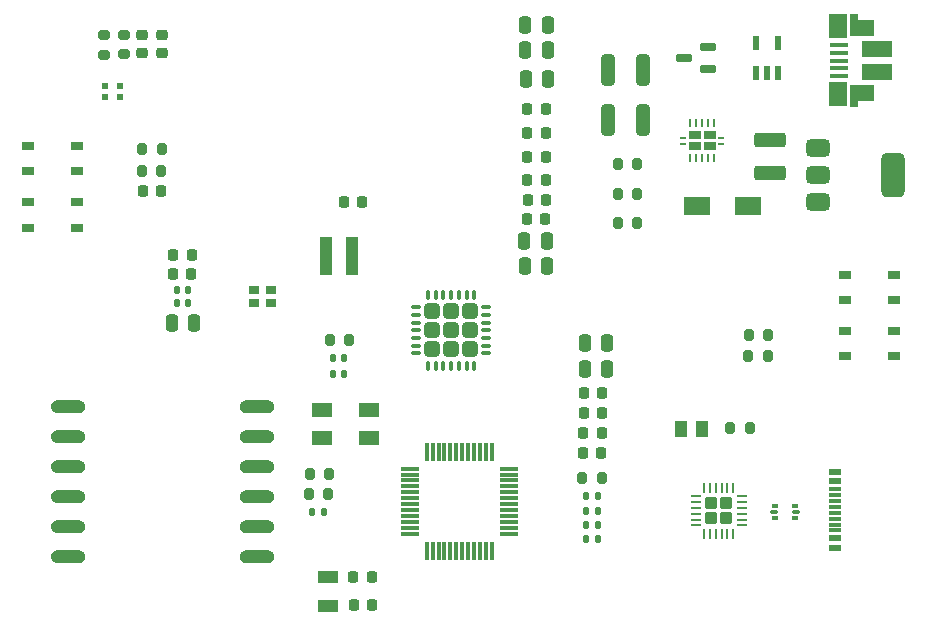
<source format=gbr>
%TF.GenerationSoftware,KiCad,Pcbnew,9.0.0*%
%TF.CreationDate,2025-06-19T18:13:14+09:00*%
%TF.ProjectId,FLP_PCB_terminal,464c505f-5043-4425-9f74-65726d696e61,rev?*%
%TF.SameCoordinates,Original*%
%TF.FileFunction,Paste,Top*%
%TF.FilePolarity,Positive*%
%FSLAX46Y46*%
G04 Gerber Fmt 4.6, Leading zero omitted, Abs format (unit mm)*
G04 Created by KiCad (PCBNEW 9.0.0) date 2025-06-19 18:13:14*
%MOMM*%
%LPD*%
G01*
G04 APERTURE LIST*
G04 Aperture macros list*
%AMRoundRect*
0 Rectangle with rounded corners*
0 $1 Rounding radius*
0 $2 $3 $4 $5 $6 $7 $8 $9 X,Y pos of 4 corners*
0 Add a 4 corners polygon primitive as box body*
4,1,4,$2,$3,$4,$5,$6,$7,$8,$9,$2,$3,0*
0 Add four circle primitives for the rounded corners*
1,1,$1+$1,$2,$3*
1,1,$1+$1,$4,$5*
1,1,$1+$1,$6,$7*
1,1,$1+$1,$8,$9*
0 Add four rect primitives between the rounded corners*
20,1,$1+$1,$2,$3,$4,$5,0*
20,1,$1+$1,$4,$5,$6,$7,0*
20,1,$1+$1,$6,$7,$8,$9,0*
20,1,$1+$1,$8,$9,$2,$3,0*%
G04 Aperture macros list end*
%ADD10C,0.010000*%
%ADD11RoundRect,0.140000X-0.140000X-0.170000X0.140000X-0.170000X0.140000X0.170000X-0.140000X0.170000X0*%
%ADD12RoundRect,0.225000X0.225000X0.250000X-0.225000X0.250000X-0.225000X-0.250000X0.225000X-0.250000X0*%
%ADD13RoundRect,0.225000X-0.225000X-0.250000X0.225000X-0.250000X0.225000X0.250000X-0.225000X0.250000X0*%
%ADD14RoundRect,0.250000X-1.075000X0.375000X-1.075000X-0.375000X1.075000X-0.375000X1.075000X0.375000X0*%
%ADD15RoundRect,0.250000X0.250000X0.475000X-0.250000X0.475000X-0.250000X-0.475000X0.250000X-0.475000X0*%
%ADD16RoundRect,0.135000X-0.135000X-0.185000X0.135000X-0.185000X0.135000X0.185000X-0.135000X0.185000X0*%
%ADD17R,1.050000X0.650000*%
%ADD18RoundRect,0.200000X-0.200000X-0.275000X0.200000X-0.275000X0.200000X0.275000X-0.200000X0.275000X0*%
%ADD19R,0.600000X0.490000*%
%ADD20RoundRect,0.250000X-0.312500X-1.075000X0.312500X-1.075000X0.312500X1.075000X-0.312500X1.075000X0*%
%ADD21R,2.300000X1.550000*%
%ADD22R,1.800000X1.000000*%
%ADD23R,0.558800X1.270000*%
%ADD24RoundRect,0.093750X0.156250X0.093750X-0.156250X0.093750X-0.156250X-0.093750X0.156250X-0.093750X0*%
%ADD25RoundRect,0.075000X0.250000X0.075000X-0.250000X0.075000X-0.250000X-0.075000X0.250000X-0.075000X0*%
%ADD26RoundRect,0.250000X-0.250000X-0.475000X0.250000X-0.475000X0.250000X0.475000X-0.250000X0.475000X0*%
%ADD27RoundRect,0.249999X-0.395001X0.395001X-0.395001X-0.395001X0.395001X-0.395001X0.395001X0.395001X0*%
%ADD28RoundRect,0.075000X-0.075000X0.312500X-0.075000X-0.312500X0.075000X-0.312500X0.075000X0.312500X0*%
%ADD29RoundRect,0.075000X-0.312500X0.075000X-0.312500X-0.075000X0.312500X-0.075000X0.312500X0.075000X0*%
%ADD30RoundRect,0.225000X-0.250000X0.225000X-0.250000X-0.225000X0.250000X-0.225000X0.250000X0.225000X0*%
%ADD31RoundRect,0.200000X0.200000X0.275000X-0.200000X0.275000X-0.200000X-0.275000X0.200000X-0.275000X0*%
%ADD32R,1.800000X1.200000*%
%ADD33R,1.140000X1.470000*%
%ADD34RoundRect,0.070000X-0.710000X-0.070000X0.710000X-0.070000X0.710000X0.070000X-0.710000X0.070000X0*%
%ADD35RoundRect,0.070000X-0.070000X-0.710000X0.070000X-0.710000X0.070000X0.710000X-0.070000X0.710000X0*%
%ADD36R,0.900000X0.800000*%
%ADD37RoundRect,0.375000X-0.625000X-0.375000X0.625000X-0.375000X0.625000X0.375000X-0.625000X0.375000X0*%
%ADD38RoundRect,0.500000X-0.500000X-1.400000X0.500000X-1.400000X0.500000X1.400000X-0.500000X1.400000X0*%
%ADD39R,1.650000X0.400000*%
%ADD40R,0.700000X1.825000*%
%ADD41R,1.500000X2.000000*%
%ADD42R,2.000000X1.350000*%
%ADD43R,2.500000X1.430000*%
%ADD44R,1.000000X3.200000*%
%ADD45R,0.230000X0.230000*%
%ADD46O,0.230000X0.800000*%
%ADD47R,1.050000X0.680000*%
%ADD48R,0.500000X0.260000*%
%ADD49RoundRect,0.250000X0.275000X0.275000X-0.275000X0.275000X-0.275000X-0.275000X0.275000X-0.275000X0*%
%ADD50RoundRect,0.062500X0.350000X0.062500X-0.350000X0.062500X-0.350000X-0.062500X0.350000X-0.062500X0*%
%ADD51RoundRect,0.062500X0.062500X0.350000X-0.062500X0.350000X-0.062500X-0.350000X0.062500X-0.350000X0*%
%ADD52R,0.980000X0.600000*%
%ADD53R,1.000000X0.600000*%
%ADD54R,1.140000X0.300000*%
%ADD55RoundRect,0.200000X0.275000X-0.200000X0.275000X0.200000X-0.275000X0.200000X-0.275000X-0.200000X0*%
%ADD56RoundRect,0.075000X0.575000X0.225000X-0.575000X0.225000X-0.575000X-0.225000X0.575000X-0.225000X0*%
G04 APERTURE END LIST*
D10*
%TO.C,U3*%
X51222000Y-144993000D02*
X51274000Y-145001000D01*
X51325000Y-145014000D01*
X51373000Y-145033000D01*
X51420000Y-145057000D01*
X51464000Y-145085000D01*
X51505000Y-145118000D01*
X51542000Y-145155000D01*
X51575000Y-145196000D01*
X51603000Y-145240000D01*
X51627000Y-145287000D01*
X51646000Y-145335000D01*
X51659000Y-145386000D01*
X51667000Y-145438000D01*
X51670000Y-145490000D01*
X51667000Y-145542000D01*
X51659000Y-145594000D01*
X51646000Y-145645000D01*
X51627000Y-145693000D01*
X51603000Y-145740000D01*
X51575000Y-145784000D01*
X51542000Y-145825000D01*
X51505000Y-145862000D01*
X51464000Y-145895000D01*
X51420000Y-145923000D01*
X51373000Y-145947000D01*
X51325000Y-145966000D01*
X51274000Y-145979000D01*
X51222000Y-145987000D01*
X51170000Y-145990000D01*
X49370000Y-145990000D01*
X49318000Y-145987000D01*
X49266000Y-145979000D01*
X49215000Y-145966000D01*
X49167000Y-145947000D01*
X49120000Y-145923000D01*
X49076000Y-145895000D01*
X49035000Y-145862000D01*
X48998000Y-145825000D01*
X48965000Y-145784000D01*
X48937000Y-145740000D01*
X48913000Y-145693000D01*
X48894000Y-145645000D01*
X48881000Y-145594000D01*
X48873000Y-145542000D01*
X48870000Y-145490000D01*
X48873000Y-145438000D01*
X48881000Y-145386000D01*
X48894000Y-145335000D01*
X48913000Y-145287000D01*
X48937000Y-145240000D01*
X48965000Y-145196000D01*
X48998000Y-145155000D01*
X49035000Y-145118000D01*
X49076000Y-145085000D01*
X49120000Y-145057000D01*
X49167000Y-145033000D01*
X49215000Y-145014000D01*
X49266000Y-145001000D01*
X49318000Y-144993000D01*
X49370000Y-144990000D01*
X51170000Y-144990000D01*
X51222000Y-144993000D01*
G36*
X51222000Y-144993000D02*
G01*
X51274000Y-145001000D01*
X51325000Y-145014000D01*
X51373000Y-145033000D01*
X51420000Y-145057000D01*
X51464000Y-145085000D01*
X51505000Y-145118000D01*
X51542000Y-145155000D01*
X51575000Y-145196000D01*
X51603000Y-145240000D01*
X51627000Y-145287000D01*
X51646000Y-145335000D01*
X51659000Y-145386000D01*
X51667000Y-145438000D01*
X51670000Y-145490000D01*
X51667000Y-145542000D01*
X51659000Y-145594000D01*
X51646000Y-145645000D01*
X51627000Y-145693000D01*
X51603000Y-145740000D01*
X51575000Y-145784000D01*
X51542000Y-145825000D01*
X51505000Y-145862000D01*
X51464000Y-145895000D01*
X51420000Y-145923000D01*
X51373000Y-145947000D01*
X51325000Y-145966000D01*
X51274000Y-145979000D01*
X51222000Y-145987000D01*
X51170000Y-145990000D01*
X49370000Y-145990000D01*
X49318000Y-145987000D01*
X49266000Y-145979000D01*
X49215000Y-145966000D01*
X49167000Y-145947000D01*
X49120000Y-145923000D01*
X49076000Y-145895000D01*
X49035000Y-145862000D01*
X48998000Y-145825000D01*
X48965000Y-145784000D01*
X48937000Y-145740000D01*
X48913000Y-145693000D01*
X48894000Y-145645000D01*
X48881000Y-145594000D01*
X48873000Y-145542000D01*
X48870000Y-145490000D01*
X48873000Y-145438000D01*
X48881000Y-145386000D01*
X48894000Y-145335000D01*
X48913000Y-145287000D01*
X48937000Y-145240000D01*
X48965000Y-145196000D01*
X48998000Y-145155000D01*
X49035000Y-145118000D01*
X49076000Y-145085000D01*
X49120000Y-145057000D01*
X49167000Y-145033000D01*
X49215000Y-145014000D01*
X49266000Y-145001000D01*
X49318000Y-144993000D01*
X49370000Y-144990000D01*
X51170000Y-144990000D01*
X51222000Y-144993000D01*
G37*
X51222000Y-147533000D02*
X51274000Y-147541000D01*
X51325000Y-147554000D01*
X51373000Y-147573000D01*
X51420000Y-147597000D01*
X51464000Y-147625000D01*
X51505000Y-147658000D01*
X51542000Y-147695000D01*
X51575000Y-147736000D01*
X51603000Y-147780000D01*
X51627000Y-147827000D01*
X51646000Y-147875000D01*
X51659000Y-147926000D01*
X51667000Y-147978000D01*
X51670000Y-148030000D01*
X51667000Y-148082000D01*
X51659000Y-148134000D01*
X51646000Y-148185000D01*
X51627000Y-148233000D01*
X51603000Y-148280000D01*
X51575000Y-148324000D01*
X51542000Y-148365000D01*
X51505000Y-148402000D01*
X51464000Y-148435000D01*
X51420000Y-148463000D01*
X51373000Y-148487000D01*
X51325000Y-148506000D01*
X51274000Y-148519000D01*
X51222000Y-148527000D01*
X51170000Y-148530000D01*
X49370000Y-148530000D01*
X49318000Y-148527000D01*
X49266000Y-148519000D01*
X49215000Y-148506000D01*
X49167000Y-148487000D01*
X49120000Y-148463000D01*
X49076000Y-148435000D01*
X49035000Y-148402000D01*
X48998000Y-148365000D01*
X48965000Y-148324000D01*
X48937000Y-148280000D01*
X48913000Y-148233000D01*
X48894000Y-148185000D01*
X48881000Y-148134000D01*
X48873000Y-148082000D01*
X48870000Y-148030000D01*
X48873000Y-147978000D01*
X48881000Y-147926000D01*
X48894000Y-147875000D01*
X48913000Y-147827000D01*
X48937000Y-147780000D01*
X48965000Y-147736000D01*
X48998000Y-147695000D01*
X49035000Y-147658000D01*
X49076000Y-147625000D01*
X49120000Y-147597000D01*
X49167000Y-147573000D01*
X49215000Y-147554000D01*
X49266000Y-147541000D01*
X49318000Y-147533000D01*
X49370000Y-147530000D01*
X51170000Y-147530000D01*
X51222000Y-147533000D01*
G36*
X51222000Y-147533000D02*
G01*
X51274000Y-147541000D01*
X51325000Y-147554000D01*
X51373000Y-147573000D01*
X51420000Y-147597000D01*
X51464000Y-147625000D01*
X51505000Y-147658000D01*
X51542000Y-147695000D01*
X51575000Y-147736000D01*
X51603000Y-147780000D01*
X51627000Y-147827000D01*
X51646000Y-147875000D01*
X51659000Y-147926000D01*
X51667000Y-147978000D01*
X51670000Y-148030000D01*
X51667000Y-148082000D01*
X51659000Y-148134000D01*
X51646000Y-148185000D01*
X51627000Y-148233000D01*
X51603000Y-148280000D01*
X51575000Y-148324000D01*
X51542000Y-148365000D01*
X51505000Y-148402000D01*
X51464000Y-148435000D01*
X51420000Y-148463000D01*
X51373000Y-148487000D01*
X51325000Y-148506000D01*
X51274000Y-148519000D01*
X51222000Y-148527000D01*
X51170000Y-148530000D01*
X49370000Y-148530000D01*
X49318000Y-148527000D01*
X49266000Y-148519000D01*
X49215000Y-148506000D01*
X49167000Y-148487000D01*
X49120000Y-148463000D01*
X49076000Y-148435000D01*
X49035000Y-148402000D01*
X48998000Y-148365000D01*
X48965000Y-148324000D01*
X48937000Y-148280000D01*
X48913000Y-148233000D01*
X48894000Y-148185000D01*
X48881000Y-148134000D01*
X48873000Y-148082000D01*
X48870000Y-148030000D01*
X48873000Y-147978000D01*
X48881000Y-147926000D01*
X48894000Y-147875000D01*
X48913000Y-147827000D01*
X48937000Y-147780000D01*
X48965000Y-147736000D01*
X48998000Y-147695000D01*
X49035000Y-147658000D01*
X49076000Y-147625000D01*
X49120000Y-147597000D01*
X49167000Y-147573000D01*
X49215000Y-147554000D01*
X49266000Y-147541000D01*
X49318000Y-147533000D01*
X49370000Y-147530000D01*
X51170000Y-147530000D01*
X51222000Y-147533000D01*
G37*
X51222000Y-150073000D02*
X51274000Y-150081000D01*
X51325000Y-150094000D01*
X51373000Y-150113000D01*
X51420000Y-150137000D01*
X51464000Y-150165000D01*
X51505000Y-150198000D01*
X51542000Y-150235000D01*
X51575000Y-150276000D01*
X51603000Y-150320000D01*
X51627000Y-150367000D01*
X51646000Y-150415000D01*
X51659000Y-150466000D01*
X51667000Y-150518000D01*
X51670000Y-150570000D01*
X51667000Y-150622000D01*
X51659000Y-150674000D01*
X51646000Y-150725000D01*
X51627000Y-150773000D01*
X51603000Y-150820000D01*
X51575000Y-150864000D01*
X51542000Y-150905000D01*
X51505000Y-150942000D01*
X51464000Y-150975000D01*
X51420000Y-151003000D01*
X51373000Y-151027000D01*
X51325000Y-151046000D01*
X51274000Y-151059000D01*
X51222000Y-151067000D01*
X51170000Y-151070000D01*
X49370000Y-151070000D01*
X49318000Y-151067000D01*
X49266000Y-151059000D01*
X49215000Y-151046000D01*
X49167000Y-151027000D01*
X49120000Y-151003000D01*
X49076000Y-150975000D01*
X49035000Y-150942000D01*
X48998000Y-150905000D01*
X48965000Y-150864000D01*
X48937000Y-150820000D01*
X48913000Y-150773000D01*
X48894000Y-150725000D01*
X48881000Y-150674000D01*
X48873000Y-150622000D01*
X48870000Y-150570000D01*
X48873000Y-150518000D01*
X48881000Y-150466000D01*
X48894000Y-150415000D01*
X48913000Y-150367000D01*
X48937000Y-150320000D01*
X48965000Y-150276000D01*
X48998000Y-150235000D01*
X49035000Y-150198000D01*
X49076000Y-150165000D01*
X49120000Y-150137000D01*
X49167000Y-150113000D01*
X49215000Y-150094000D01*
X49266000Y-150081000D01*
X49318000Y-150073000D01*
X49370000Y-150070000D01*
X51170000Y-150070000D01*
X51222000Y-150073000D01*
G36*
X51222000Y-150073000D02*
G01*
X51274000Y-150081000D01*
X51325000Y-150094000D01*
X51373000Y-150113000D01*
X51420000Y-150137000D01*
X51464000Y-150165000D01*
X51505000Y-150198000D01*
X51542000Y-150235000D01*
X51575000Y-150276000D01*
X51603000Y-150320000D01*
X51627000Y-150367000D01*
X51646000Y-150415000D01*
X51659000Y-150466000D01*
X51667000Y-150518000D01*
X51670000Y-150570000D01*
X51667000Y-150622000D01*
X51659000Y-150674000D01*
X51646000Y-150725000D01*
X51627000Y-150773000D01*
X51603000Y-150820000D01*
X51575000Y-150864000D01*
X51542000Y-150905000D01*
X51505000Y-150942000D01*
X51464000Y-150975000D01*
X51420000Y-151003000D01*
X51373000Y-151027000D01*
X51325000Y-151046000D01*
X51274000Y-151059000D01*
X51222000Y-151067000D01*
X51170000Y-151070000D01*
X49370000Y-151070000D01*
X49318000Y-151067000D01*
X49266000Y-151059000D01*
X49215000Y-151046000D01*
X49167000Y-151027000D01*
X49120000Y-151003000D01*
X49076000Y-150975000D01*
X49035000Y-150942000D01*
X48998000Y-150905000D01*
X48965000Y-150864000D01*
X48937000Y-150820000D01*
X48913000Y-150773000D01*
X48894000Y-150725000D01*
X48881000Y-150674000D01*
X48873000Y-150622000D01*
X48870000Y-150570000D01*
X48873000Y-150518000D01*
X48881000Y-150466000D01*
X48894000Y-150415000D01*
X48913000Y-150367000D01*
X48937000Y-150320000D01*
X48965000Y-150276000D01*
X48998000Y-150235000D01*
X49035000Y-150198000D01*
X49076000Y-150165000D01*
X49120000Y-150137000D01*
X49167000Y-150113000D01*
X49215000Y-150094000D01*
X49266000Y-150081000D01*
X49318000Y-150073000D01*
X49370000Y-150070000D01*
X51170000Y-150070000D01*
X51222000Y-150073000D01*
G37*
X51222000Y-152613000D02*
X51274000Y-152621000D01*
X51325000Y-152634000D01*
X51373000Y-152653000D01*
X51420000Y-152677000D01*
X51464000Y-152705000D01*
X51505000Y-152738000D01*
X51542000Y-152775000D01*
X51575000Y-152816000D01*
X51603000Y-152860000D01*
X51627000Y-152907000D01*
X51646000Y-152955000D01*
X51659000Y-153006000D01*
X51667000Y-153058000D01*
X51670000Y-153110000D01*
X51667000Y-153162000D01*
X51659000Y-153214000D01*
X51646000Y-153265000D01*
X51627000Y-153313000D01*
X51603000Y-153360000D01*
X51575000Y-153404000D01*
X51542000Y-153445000D01*
X51505000Y-153482000D01*
X51464000Y-153515000D01*
X51420000Y-153543000D01*
X51373000Y-153567000D01*
X51325000Y-153586000D01*
X51274000Y-153599000D01*
X51222000Y-153607000D01*
X51170000Y-153610000D01*
X49370000Y-153610000D01*
X49318000Y-153607000D01*
X49266000Y-153599000D01*
X49215000Y-153586000D01*
X49167000Y-153567000D01*
X49120000Y-153543000D01*
X49076000Y-153515000D01*
X49035000Y-153482000D01*
X48998000Y-153445000D01*
X48965000Y-153404000D01*
X48937000Y-153360000D01*
X48913000Y-153313000D01*
X48894000Y-153265000D01*
X48881000Y-153214000D01*
X48873000Y-153162000D01*
X48870000Y-153110000D01*
X48873000Y-153058000D01*
X48881000Y-153006000D01*
X48894000Y-152955000D01*
X48913000Y-152907000D01*
X48937000Y-152860000D01*
X48965000Y-152816000D01*
X48998000Y-152775000D01*
X49035000Y-152738000D01*
X49076000Y-152705000D01*
X49120000Y-152677000D01*
X49167000Y-152653000D01*
X49215000Y-152634000D01*
X49266000Y-152621000D01*
X49318000Y-152613000D01*
X49370000Y-152610000D01*
X51170000Y-152610000D01*
X51222000Y-152613000D01*
G36*
X51222000Y-152613000D02*
G01*
X51274000Y-152621000D01*
X51325000Y-152634000D01*
X51373000Y-152653000D01*
X51420000Y-152677000D01*
X51464000Y-152705000D01*
X51505000Y-152738000D01*
X51542000Y-152775000D01*
X51575000Y-152816000D01*
X51603000Y-152860000D01*
X51627000Y-152907000D01*
X51646000Y-152955000D01*
X51659000Y-153006000D01*
X51667000Y-153058000D01*
X51670000Y-153110000D01*
X51667000Y-153162000D01*
X51659000Y-153214000D01*
X51646000Y-153265000D01*
X51627000Y-153313000D01*
X51603000Y-153360000D01*
X51575000Y-153404000D01*
X51542000Y-153445000D01*
X51505000Y-153482000D01*
X51464000Y-153515000D01*
X51420000Y-153543000D01*
X51373000Y-153567000D01*
X51325000Y-153586000D01*
X51274000Y-153599000D01*
X51222000Y-153607000D01*
X51170000Y-153610000D01*
X49370000Y-153610000D01*
X49318000Y-153607000D01*
X49266000Y-153599000D01*
X49215000Y-153586000D01*
X49167000Y-153567000D01*
X49120000Y-153543000D01*
X49076000Y-153515000D01*
X49035000Y-153482000D01*
X48998000Y-153445000D01*
X48965000Y-153404000D01*
X48937000Y-153360000D01*
X48913000Y-153313000D01*
X48894000Y-153265000D01*
X48881000Y-153214000D01*
X48873000Y-153162000D01*
X48870000Y-153110000D01*
X48873000Y-153058000D01*
X48881000Y-153006000D01*
X48894000Y-152955000D01*
X48913000Y-152907000D01*
X48937000Y-152860000D01*
X48965000Y-152816000D01*
X48998000Y-152775000D01*
X49035000Y-152738000D01*
X49076000Y-152705000D01*
X49120000Y-152677000D01*
X49167000Y-152653000D01*
X49215000Y-152634000D01*
X49266000Y-152621000D01*
X49318000Y-152613000D01*
X49370000Y-152610000D01*
X51170000Y-152610000D01*
X51222000Y-152613000D01*
G37*
X51222000Y-155153000D02*
X51274000Y-155161000D01*
X51325000Y-155174000D01*
X51373000Y-155193000D01*
X51420000Y-155217000D01*
X51464000Y-155245000D01*
X51505000Y-155278000D01*
X51542000Y-155315000D01*
X51575000Y-155356000D01*
X51603000Y-155400000D01*
X51627000Y-155447000D01*
X51646000Y-155495000D01*
X51659000Y-155546000D01*
X51667000Y-155598000D01*
X51670000Y-155650000D01*
X51667000Y-155702000D01*
X51659000Y-155754000D01*
X51646000Y-155805000D01*
X51627000Y-155853000D01*
X51603000Y-155900000D01*
X51575000Y-155944000D01*
X51542000Y-155985000D01*
X51505000Y-156022000D01*
X51464000Y-156055000D01*
X51420000Y-156083000D01*
X51373000Y-156107000D01*
X51325000Y-156126000D01*
X51274000Y-156139000D01*
X51222000Y-156147000D01*
X51170000Y-156150000D01*
X49370000Y-156150000D01*
X49318000Y-156147000D01*
X49266000Y-156139000D01*
X49215000Y-156126000D01*
X49167000Y-156107000D01*
X49120000Y-156083000D01*
X49076000Y-156055000D01*
X49035000Y-156022000D01*
X48998000Y-155985000D01*
X48965000Y-155944000D01*
X48937000Y-155900000D01*
X48913000Y-155853000D01*
X48894000Y-155805000D01*
X48881000Y-155754000D01*
X48873000Y-155702000D01*
X48870000Y-155650000D01*
X48873000Y-155598000D01*
X48881000Y-155546000D01*
X48894000Y-155495000D01*
X48913000Y-155447000D01*
X48937000Y-155400000D01*
X48965000Y-155356000D01*
X48998000Y-155315000D01*
X49035000Y-155278000D01*
X49076000Y-155245000D01*
X49120000Y-155217000D01*
X49167000Y-155193000D01*
X49215000Y-155174000D01*
X49266000Y-155161000D01*
X49318000Y-155153000D01*
X49370000Y-155150000D01*
X51170000Y-155150000D01*
X51222000Y-155153000D01*
G36*
X51222000Y-155153000D02*
G01*
X51274000Y-155161000D01*
X51325000Y-155174000D01*
X51373000Y-155193000D01*
X51420000Y-155217000D01*
X51464000Y-155245000D01*
X51505000Y-155278000D01*
X51542000Y-155315000D01*
X51575000Y-155356000D01*
X51603000Y-155400000D01*
X51627000Y-155447000D01*
X51646000Y-155495000D01*
X51659000Y-155546000D01*
X51667000Y-155598000D01*
X51670000Y-155650000D01*
X51667000Y-155702000D01*
X51659000Y-155754000D01*
X51646000Y-155805000D01*
X51627000Y-155853000D01*
X51603000Y-155900000D01*
X51575000Y-155944000D01*
X51542000Y-155985000D01*
X51505000Y-156022000D01*
X51464000Y-156055000D01*
X51420000Y-156083000D01*
X51373000Y-156107000D01*
X51325000Y-156126000D01*
X51274000Y-156139000D01*
X51222000Y-156147000D01*
X51170000Y-156150000D01*
X49370000Y-156150000D01*
X49318000Y-156147000D01*
X49266000Y-156139000D01*
X49215000Y-156126000D01*
X49167000Y-156107000D01*
X49120000Y-156083000D01*
X49076000Y-156055000D01*
X49035000Y-156022000D01*
X48998000Y-155985000D01*
X48965000Y-155944000D01*
X48937000Y-155900000D01*
X48913000Y-155853000D01*
X48894000Y-155805000D01*
X48881000Y-155754000D01*
X48873000Y-155702000D01*
X48870000Y-155650000D01*
X48873000Y-155598000D01*
X48881000Y-155546000D01*
X48894000Y-155495000D01*
X48913000Y-155447000D01*
X48937000Y-155400000D01*
X48965000Y-155356000D01*
X48998000Y-155315000D01*
X49035000Y-155278000D01*
X49076000Y-155245000D01*
X49120000Y-155217000D01*
X49167000Y-155193000D01*
X49215000Y-155174000D01*
X49266000Y-155161000D01*
X49318000Y-155153000D01*
X49370000Y-155150000D01*
X51170000Y-155150000D01*
X51222000Y-155153000D01*
G37*
X51222000Y-157693000D02*
X51274000Y-157701000D01*
X51325000Y-157714000D01*
X51373000Y-157733000D01*
X51420000Y-157757000D01*
X51464000Y-157785000D01*
X51505000Y-157818000D01*
X51542000Y-157855000D01*
X51575000Y-157896000D01*
X51603000Y-157940000D01*
X51627000Y-157987000D01*
X51646000Y-158035000D01*
X51659000Y-158086000D01*
X51667000Y-158138000D01*
X51670000Y-158190000D01*
X51667000Y-158242000D01*
X51659000Y-158294000D01*
X51646000Y-158345000D01*
X51627000Y-158393000D01*
X51603000Y-158440000D01*
X51575000Y-158484000D01*
X51542000Y-158525000D01*
X51505000Y-158562000D01*
X51464000Y-158595000D01*
X51420000Y-158623000D01*
X51373000Y-158647000D01*
X51325000Y-158666000D01*
X51274000Y-158679000D01*
X51222000Y-158687000D01*
X51170000Y-158690000D01*
X49370000Y-158690000D01*
X49318000Y-158687000D01*
X49266000Y-158679000D01*
X49215000Y-158666000D01*
X49167000Y-158647000D01*
X49120000Y-158623000D01*
X49076000Y-158595000D01*
X49035000Y-158562000D01*
X48998000Y-158525000D01*
X48965000Y-158484000D01*
X48937000Y-158440000D01*
X48913000Y-158393000D01*
X48894000Y-158345000D01*
X48881000Y-158294000D01*
X48873000Y-158242000D01*
X48870000Y-158190000D01*
X48873000Y-158138000D01*
X48881000Y-158086000D01*
X48894000Y-158035000D01*
X48913000Y-157987000D01*
X48937000Y-157940000D01*
X48965000Y-157896000D01*
X48998000Y-157855000D01*
X49035000Y-157818000D01*
X49076000Y-157785000D01*
X49120000Y-157757000D01*
X49167000Y-157733000D01*
X49215000Y-157714000D01*
X49266000Y-157701000D01*
X49318000Y-157693000D01*
X49370000Y-157690000D01*
X51170000Y-157690000D01*
X51222000Y-157693000D01*
G36*
X51222000Y-157693000D02*
G01*
X51274000Y-157701000D01*
X51325000Y-157714000D01*
X51373000Y-157733000D01*
X51420000Y-157757000D01*
X51464000Y-157785000D01*
X51505000Y-157818000D01*
X51542000Y-157855000D01*
X51575000Y-157896000D01*
X51603000Y-157940000D01*
X51627000Y-157987000D01*
X51646000Y-158035000D01*
X51659000Y-158086000D01*
X51667000Y-158138000D01*
X51670000Y-158190000D01*
X51667000Y-158242000D01*
X51659000Y-158294000D01*
X51646000Y-158345000D01*
X51627000Y-158393000D01*
X51603000Y-158440000D01*
X51575000Y-158484000D01*
X51542000Y-158525000D01*
X51505000Y-158562000D01*
X51464000Y-158595000D01*
X51420000Y-158623000D01*
X51373000Y-158647000D01*
X51325000Y-158666000D01*
X51274000Y-158679000D01*
X51222000Y-158687000D01*
X51170000Y-158690000D01*
X49370000Y-158690000D01*
X49318000Y-158687000D01*
X49266000Y-158679000D01*
X49215000Y-158666000D01*
X49167000Y-158647000D01*
X49120000Y-158623000D01*
X49076000Y-158595000D01*
X49035000Y-158562000D01*
X48998000Y-158525000D01*
X48965000Y-158484000D01*
X48937000Y-158440000D01*
X48913000Y-158393000D01*
X48894000Y-158345000D01*
X48881000Y-158294000D01*
X48873000Y-158242000D01*
X48870000Y-158190000D01*
X48873000Y-158138000D01*
X48881000Y-158086000D01*
X48894000Y-158035000D01*
X48913000Y-157987000D01*
X48937000Y-157940000D01*
X48965000Y-157896000D01*
X48998000Y-157855000D01*
X49035000Y-157818000D01*
X49076000Y-157785000D01*
X49120000Y-157757000D01*
X49167000Y-157733000D01*
X49215000Y-157714000D01*
X49266000Y-157701000D01*
X49318000Y-157693000D01*
X49370000Y-157690000D01*
X51170000Y-157690000D01*
X51222000Y-157693000D01*
G37*
X67222000Y-144993000D02*
X67274000Y-145001000D01*
X67325000Y-145014000D01*
X67373000Y-145033000D01*
X67420000Y-145057000D01*
X67464000Y-145085000D01*
X67505000Y-145118000D01*
X67542000Y-145155000D01*
X67575000Y-145196000D01*
X67603000Y-145240000D01*
X67627000Y-145287000D01*
X67646000Y-145335000D01*
X67659000Y-145386000D01*
X67667000Y-145438000D01*
X67670000Y-145490000D01*
X67667000Y-145542000D01*
X67659000Y-145594000D01*
X67646000Y-145645000D01*
X67627000Y-145693000D01*
X67603000Y-145740000D01*
X67575000Y-145784000D01*
X67542000Y-145825000D01*
X67505000Y-145862000D01*
X67464000Y-145895000D01*
X67420000Y-145923000D01*
X67373000Y-145947000D01*
X67325000Y-145966000D01*
X67274000Y-145979000D01*
X67222000Y-145987000D01*
X67170000Y-145990000D01*
X66270000Y-145990000D01*
X65470000Y-145990000D01*
X65370000Y-145990000D01*
X65318000Y-145987000D01*
X65266000Y-145979000D01*
X65215000Y-145966000D01*
X65167000Y-145947000D01*
X65120000Y-145923000D01*
X65076000Y-145895000D01*
X65035000Y-145862000D01*
X64998000Y-145825000D01*
X64965000Y-145784000D01*
X64937000Y-145740000D01*
X64913000Y-145693000D01*
X64894000Y-145645000D01*
X64881000Y-145594000D01*
X64873000Y-145542000D01*
X64870000Y-145490000D01*
X64873000Y-145438000D01*
X64881000Y-145386000D01*
X64894000Y-145335000D01*
X64913000Y-145287000D01*
X64937000Y-145240000D01*
X64965000Y-145196000D01*
X64998000Y-145155000D01*
X65035000Y-145118000D01*
X65076000Y-145085000D01*
X65120000Y-145057000D01*
X65167000Y-145033000D01*
X65215000Y-145014000D01*
X65266000Y-145001000D01*
X65318000Y-144993000D01*
X65370000Y-144990000D01*
X67170000Y-144990000D01*
X67222000Y-144993000D01*
G36*
X67222000Y-144993000D02*
G01*
X67274000Y-145001000D01*
X67325000Y-145014000D01*
X67373000Y-145033000D01*
X67420000Y-145057000D01*
X67464000Y-145085000D01*
X67505000Y-145118000D01*
X67542000Y-145155000D01*
X67575000Y-145196000D01*
X67603000Y-145240000D01*
X67627000Y-145287000D01*
X67646000Y-145335000D01*
X67659000Y-145386000D01*
X67667000Y-145438000D01*
X67670000Y-145490000D01*
X67667000Y-145542000D01*
X67659000Y-145594000D01*
X67646000Y-145645000D01*
X67627000Y-145693000D01*
X67603000Y-145740000D01*
X67575000Y-145784000D01*
X67542000Y-145825000D01*
X67505000Y-145862000D01*
X67464000Y-145895000D01*
X67420000Y-145923000D01*
X67373000Y-145947000D01*
X67325000Y-145966000D01*
X67274000Y-145979000D01*
X67222000Y-145987000D01*
X67170000Y-145990000D01*
X66270000Y-145990000D01*
X65470000Y-145990000D01*
X65370000Y-145990000D01*
X65318000Y-145987000D01*
X65266000Y-145979000D01*
X65215000Y-145966000D01*
X65167000Y-145947000D01*
X65120000Y-145923000D01*
X65076000Y-145895000D01*
X65035000Y-145862000D01*
X64998000Y-145825000D01*
X64965000Y-145784000D01*
X64937000Y-145740000D01*
X64913000Y-145693000D01*
X64894000Y-145645000D01*
X64881000Y-145594000D01*
X64873000Y-145542000D01*
X64870000Y-145490000D01*
X64873000Y-145438000D01*
X64881000Y-145386000D01*
X64894000Y-145335000D01*
X64913000Y-145287000D01*
X64937000Y-145240000D01*
X64965000Y-145196000D01*
X64998000Y-145155000D01*
X65035000Y-145118000D01*
X65076000Y-145085000D01*
X65120000Y-145057000D01*
X65167000Y-145033000D01*
X65215000Y-145014000D01*
X65266000Y-145001000D01*
X65318000Y-144993000D01*
X65370000Y-144990000D01*
X67170000Y-144990000D01*
X67222000Y-144993000D01*
G37*
X67222000Y-147533000D02*
X67274000Y-147541000D01*
X67325000Y-147554000D01*
X67373000Y-147573000D01*
X67420000Y-147597000D01*
X67464000Y-147625000D01*
X67505000Y-147658000D01*
X67542000Y-147695000D01*
X67575000Y-147736000D01*
X67603000Y-147780000D01*
X67627000Y-147827000D01*
X67646000Y-147875000D01*
X67659000Y-147926000D01*
X67667000Y-147978000D01*
X67670000Y-148030000D01*
X67667000Y-148082000D01*
X67659000Y-148134000D01*
X67646000Y-148185000D01*
X67627000Y-148233000D01*
X67603000Y-148280000D01*
X67575000Y-148324000D01*
X67542000Y-148365000D01*
X67505000Y-148402000D01*
X67464000Y-148435000D01*
X67420000Y-148463000D01*
X67373000Y-148487000D01*
X67325000Y-148506000D01*
X67274000Y-148519000D01*
X67222000Y-148527000D01*
X67170000Y-148530000D01*
X66270000Y-148530000D01*
X65470000Y-148530000D01*
X65370000Y-148530000D01*
X65318000Y-148527000D01*
X65266000Y-148519000D01*
X65215000Y-148506000D01*
X65167000Y-148487000D01*
X65120000Y-148463000D01*
X65076000Y-148435000D01*
X65035000Y-148402000D01*
X64998000Y-148365000D01*
X64965000Y-148324000D01*
X64937000Y-148280000D01*
X64913000Y-148233000D01*
X64894000Y-148185000D01*
X64881000Y-148134000D01*
X64873000Y-148082000D01*
X64870000Y-148030000D01*
X64873000Y-147978000D01*
X64881000Y-147926000D01*
X64894000Y-147875000D01*
X64913000Y-147827000D01*
X64937000Y-147780000D01*
X64965000Y-147736000D01*
X64998000Y-147695000D01*
X65035000Y-147658000D01*
X65076000Y-147625000D01*
X65120000Y-147597000D01*
X65167000Y-147573000D01*
X65215000Y-147554000D01*
X65266000Y-147541000D01*
X65318000Y-147533000D01*
X65370000Y-147530000D01*
X67170000Y-147530000D01*
X67222000Y-147533000D01*
G36*
X67222000Y-147533000D02*
G01*
X67274000Y-147541000D01*
X67325000Y-147554000D01*
X67373000Y-147573000D01*
X67420000Y-147597000D01*
X67464000Y-147625000D01*
X67505000Y-147658000D01*
X67542000Y-147695000D01*
X67575000Y-147736000D01*
X67603000Y-147780000D01*
X67627000Y-147827000D01*
X67646000Y-147875000D01*
X67659000Y-147926000D01*
X67667000Y-147978000D01*
X67670000Y-148030000D01*
X67667000Y-148082000D01*
X67659000Y-148134000D01*
X67646000Y-148185000D01*
X67627000Y-148233000D01*
X67603000Y-148280000D01*
X67575000Y-148324000D01*
X67542000Y-148365000D01*
X67505000Y-148402000D01*
X67464000Y-148435000D01*
X67420000Y-148463000D01*
X67373000Y-148487000D01*
X67325000Y-148506000D01*
X67274000Y-148519000D01*
X67222000Y-148527000D01*
X67170000Y-148530000D01*
X66270000Y-148530000D01*
X65470000Y-148530000D01*
X65370000Y-148530000D01*
X65318000Y-148527000D01*
X65266000Y-148519000D01*
X65215000Y-148506000D01*
X65167000Y-148487000D01*
X65120000Y-148463000D01*
X65076000Y-148435000D01*
X65035000Y-148402000D01*
X64998000Y-148365000D01*
X64965000Y-148324000D01*
X64937000Y-148280000D01*
X64913000Y-148233000D01*
X64894000Y-148185000D01*
X64881000Y-148134000D01*
X64873000Y-148082000D01*
X64870000Y-148030000D01*
X64873000Y-147978000D01*
X64881000Y-147926000D01*
X64894000Y-147875000D01*
X64913000Y-147827000D01*
X64937000Y-147780000D01*
X64965000Y-147736000D01*
X64998000Y-147695000D01*
X65035000Y-147658000D01*
X65076000Y-147625000D01*
X65120000Y-147597000D01*
X65167000Y-147573000D01*
X65215000Y-147554000D01*
X65266000Y-147541000D01*
X65318000Y-147533000D01*
X65370000Y-147530000D01*
X67170000Y-147530000D01*
X67222000Y-147533000D01*
G37*
X67222000Y-150073000D02*
X67274000Y-150081000D01*
X67325000Y-150094000D01*
X67373000Y-150113000D01*
X67420000Y-150137000D01*
X67464000Y-150165000D01*
X67505000Y-150198000D01*
X67542000Y-150235000D01*
X67575000Y-150276000D01*
X67603000Y-150320000D01*
X67627000Y-150367000D01*
X67646000Y-150415000D01*
X67659000Y-150466000D01*
X67667000Y-150518000D01*
X67670000Y-150570000D01*
X67667000Y-150622000D01*
X67659000Y-150674000D01*
X67646000Y-150725000D01*
X67627000Y-150773000D01*
X67603000Y-150820000D01*
X67575000Y-150864000D01*
X67542000Y-150905000D01*
X67505000Y-150942000D01*
X67464000Y-150975000D01*
X67420000Y-151003000D01*
X67373000Y-151027000D01*
X67325000Y-151046000D01*
X67274000Y-151059000D01*
X67222000Y-151067000D01*
X67170000Y-151070000D01*
X66270000Y-151070000D01*
X65470000Y-151070000D01*
X65370000Y-151070000D01*
X65318000Y-151067000D01*
X65266000Y-151059000D01*
X65215000Y-151046000D01*
X65167000Y-151027000D01*
X65120000Y-151003000D01*
X65076000Y-150975000D01*
X65035000Y-150942000D01*
X64998000Y-150905000D01*
X64965000Y-150864000D01*
X64937000Y-150820000D01*
X64913000Y-150773000D01*
X64894000Y-150725000D01*
X64881000Y-150674000D01*
X64873000Y-150622000D01*
X64870000Y-150570000D01*
X64873000Y-150518000D01*
X64881000Y-150466000D01*
X64894000Y-150415000D01*
X64913000Y-150367000D01*
X64937000Y-150320000D01*
X64965000Y-150276000D01*
X64998000Y-150235000D01*
X65035000Y-150198000D01*
X65076000Y-150165000D01*
X65120000Y-150137000D01*
X65167000Y-150113000D01*
X65215000Y-150094000D01*
X65266000Y-150081000D01*
X65318000Y-150073000D01*
X65370000Y-150070000D01*
X67170000Y-150070000D01*
X67222000Y-150073000D01*
G36*
X67222000Y-150073000D02*
G01*
X67274000Y-150081000D01*
X67325000Y-150094000D01*
X67373000Y-150113000D01*
X67420000Y-150137000D01*
X67464000Y-150165000D01*
X67505000Y-150198000D01*
X67542000Y-150235000D01*
X67575000Y-150276000D01*
X67603000Y-150320000D01*
X67627000Y-150367000D01*
X67646000Y-150415000D01*
X67659000Y-150466000D01*
X67667000Y-150518000D01*
X67670000Y-150570000D01*
X67667000Y-150622000D01*
X67659000Y-150674000D01*
X67646000Y-150725000D01*
X67627000Y-150773000D01*
X67603000Y-150820000D01*
X67575000Y-150864000D01*
X67542000Y-150905000D01*
X67505000Y-150942000D01*
X67464000Y-150975000D01*
X67420000Y-151003000D01*
X67373000Y-151027000D01*
X67325000Y-151046000D01*
X67274000Y-151059000D01*
X67222000Y-151067000D01*
X67170000Y-151070000D01*
X66270000Y-151070000D01*
X65470000Y-151070000D01*
X65370000Y-151070000D01*
X65318000Y-151067000D01*
X65266000Y-151059000D01*
X65215000Y-151046000D01*
X65167000Y-151027000D01*
X65120000Y-151003000D01*
X65076000Y-150975000D01*
X65035000Y-150942000D01*
X64998000Y-150905000D01*
X64965000Y-150864000D01*
X64937000Y-150820000D01*
X64913000Y-150773000D01*
X64894000Y-150725000D01*
X64881000Y-150674000D01*
X64873000Y-150622000D01*
X64870000Y-150570000D01*
X64873000Y-150518000D01*
X64881000Y-150466000D01*
X64894000Y-150415000D01*
X64913000Y-150367000D01*
X64937000Y-150320000D01*
X64965000Y-150276000D01*
X64998000Y-150235000D01*
X65035000Y-150198000D01*
X65076000Y-150165000D01*
X65120000Y-150137000D01*
X65167000Y-150113000D01*
X65215000Y-150094000D01*
X65266000Y-150081000D01*
X65318000Y-150073000D01*
X65370000Y-150070000D01*
X67170000Y-150070000D01*
X67222000Y-150073000D01*
G37*
X67222000Y-152613000D02*
X67274000Y-152621000D01*
X67325000Y-152634000D01*
X67373000Y-152653000D01*
X67420000Y-152677000D01*
X67464000Y-152705000D01*
X67505000Y-152738000D01*
X67542000Y-152775000D01*
X67575000Y-152816000D01*
X67603000Y-152860000D01*
X67627000Y-152907000D01*
X67646000Y-152955000D01*
X67659000Y-153006000D01*
X67667000Y-153058000D01*
X67670000Y-153110000D01*
X67667000Y-153162000D01*
X67659000Y-153214000D01*
X67646000Y-153265000D01*
X67627000Y-153313000D01*
X67603000Y-153360000D01*
X67575000Y-153404000D01*
X67542000Y-153445000D01*
X67505000Y-153482000D01*
X67464000Y-153515000D01*
X67420000Y-153543000D01*
X67373000Y-153567000D01*
X67325000Y-153586000D01*
X67274000Y-153599000D01*
X67222000Y-153607000D01*
X67170000Y-153610000D01*
X66270000Y-153610000D01*
X65470000Y-153610000D01*
X65370000Y-153610000D01*
X65318000Y-153607000D01*
X65266000Y-153599000D01*
X65215000Y-153586000D01*
X65167000Y-153567000D01*
X65120000Y-153543000D01*
X65076000Y-153515000D01*
X65035000Y-153482000D01*
X64998000Y-153445000D01*
X64965000Y-153404000D01*
X64937000Y-153360000D01*
X64913000Y-153313000D01*
X64894000Y-153265000D01*
X64881000Y-153214000D01*
X64873000Y-153162000D01*
X64870000Y-153110000D01*
X64873000Y-153058000D01*
X64881000Y-153006000D01*
X64894000Y-152955000D01*
X64913000Y-152907000D01*
X64937000Y-152860000D01*
X64965000Y-152816000D01*
X64998000Y-152775000D01*
X65035000Y-152738000D01*
X65076000Y-152705000D01*
X65120000Y-152677000D01*
X65167000Y-152653000D01*
X65215000Y-152634000D01*
X65266000Y-152621000D01*
X65318000Y-152613000D01*
X65370000Y-152610000D01*
X67170000Y-152610000D01*
X67222000Y-152613000D01*
G36*
X67222000Y-152613000D02*
G01*
X67274000Y-152621000D01*
X67325000Y-152634000D01*
X67373000Y-152653000D01*
X67420000Y-152677000D01*
X67464000Y-152705000D01*
X67505000Y-152738000D01*
X67542000Y-152775000D01*
X67575000Y-152816000D01*
X67603000Y-152860000D01*
X67627000Y-152907000D01*
X67646000Y-152955000D01*
X67659000Y-153006000D01*
X67667000Y-153058000D01*
X67670000Y-153110000D01*
X67667000Y-153162000D01*
X67659000Y-153214000D01*
X67646000Y-153265000D01*
X67627000Y-153313000D01*
X67603000Y-153360000D01*
X67575000Y-153404000D01*
X67542000Y-153445000D01*
X67505000Y-153482000D01*
X67464000Y-153515000D01*
X67420000Y-153543000D01*
X67373000Y-153567000D01*
X67325000Y-153586000D01*
X67274000Y-153599000D01*
X67222000Y-153607000D01*
X67170000Y-153610000D01*
X66270000Y-153610000D01*
X65470000Y-153610000D01*
X65370000Y-153610000D01*
X65318000Y-153607000D01*
X65266000Y-153599000D01*
X65215000Y-153586000D01*
X65167000Y-153567000D01*
X65120000Y-153543000D01*
X65076000Y-153515000D01*
X65035000Y-153482000D01*
X64998000Y-153445000D01*
X64965000Y-153404000D01*
X64937000Y-153360000D01*
X64913000Y-153313000D01*
X64894000Y-153265000D01*
X64881000Y-153214000D01*
X64873000Y-153162000D01*
X64870000Y-153110000D01*
X64873000Y-153058000D01*
X64881000Y-153006000D01*
X64894000Y-152955000D01*
X64913000Y-152907000D01*
X64937000Y-152860000D01*
X64965000Y-152816000D01*
X64998000Y-152775000D01*
X65035000Y-152738000D01*
X65076000Y-152705000D01*
X65120000Y-152677000D01*
X65167000Y-152653000D01*
X65215000Y-152634000D01*
X65266000Y-152621000D01*
X65318000Y-152613000D01*
X65370000Y-152610000D01*
X67170000Y-152610000D01*
X67222000Y-152613000D01*
G37*
X67222000Y-155153000D02*
X67274000Y-155161000D01*
X67325000Y-155174000D01*
X67373000Y-155193000D01*
X67420000Y-155217000D01*
X67464000Y-155245000D01*
X67505000Y-155278000D01*
X67542000Y-155315000D01*
X67575000Y-155356000D01*
X67603000Y-155400000D01*
X67627000Y-155447000D01*
X67646000Y-155495000D01*
X67659000Y-155546000D01*
X67667000Y-155598000D01*
X67670000Y-155650000D01*
X67667000Y-155702000D01*
X67659000Y-155754000D01*
X67646000Y-155805000D01*
X67627000Y-155853000D01*
X67603000Y-155900000D01*
X67575000Y-155944000D01*
X67542000Y-155985000D01*
X67505000Y-156022000D01*
X67464000Y-156055000D01*
X67420000Y-156083000D01*
X67373000Y-156107000D01*
X67325000Y-156126000D01*
X67274000Y-156139000D01*
X67222000Y-156147000D01*
X67170000Y-156150000D01*
X66270000Y-156150000D01*
X65470000Y-156150000D01*
X65370000Y-156150000D01*
X65318000Y-156147000D01*
X65266000Y-156139000D01*
X65215000Y-156126000D01*
X65167000Y-156107000D01*
X65120000Y-156083000D01*
X65076000Y-156055000D01*
X65035000Y-156022000D01*
X64998000Y-155985000D01*
X64965000Y-155944000D01*
X64937000Y-155900000D01*
X64913000Y-155853000D01*
X64894000Y-155805000D01*
X64881000Y-155754000D01*
X64873000Y-155702000D01*
X64870000Y-155650000D01*
X64873000Y-155598000D01*
X64881000Y-155546000D01*
X64894000Y-155495000D01*
X64913000Y-155447000D01*
X64937000Y-155400000D01*
X64965000Y-155356000D01*
X64998000Y-155315000D01*
X65035000Y-155278000D01*
X65076000Y-155245000D01*
X65120000Y-155217000D01*
X65167000Y-155193000D01*
X65215000Y-155174000D01*
X65266000Y-155161000D01*
X65318000Y-155153000D01*
X65370000Y-155150000D01*
X67170000Y-155150000D01*
X67222000Y-155153000D01*
G36*
X67222000Y-155153000D02*
G01*
X67274000Y-155161000D01*
X67325000Y-155174000D01*
X67373000Y-155193000D01*
X67420000Y-155217000D01*
X67464000Y-155245000D01*
X67505000Y-155278000D01*
X67542000Y-155315000D01*
X67575000Y-155356000D01*
X67603000Y-155400000D01*
X67627000Y-155447000D01*
X67646000Y-155495000D01*
X67659000Y-155546000D01*
X67667000Y-155598000D01*
X67670000Y-155650000D01*
X67667000Y-155702000D01*
X67659000Y-155754000D01*
X67646000Y-155805000D01*
X67627000Y-155853000D01*
X67603000Y-155900000D01*
X67575000Y-155944000D01*
X67542000Y-155985000D01*
X67505000Y-156022000D01*
X67464000Y-156055000D01*
X67420000Y-156083000D01*
X67373000Y-156107000D01*
X67325000Y-156126000D01*
X67274000Y-156139000D01*
X67222000Y-156147000D01*
X67170000Y-156150000D01*
X66270000Y-156150000D01*
X65470000Y-156150000D01*
X65370000Y-156150000D01*
X65318000Y-156147000D01*
X65266000Y-156139000D01*
X65215000Y-156126000D01*
X65167000Y-156107000D01*
X65120000Y-156083000D01*
X65076000Y-156055000D01*
X65035000Y-156022000D01*
X64998000Y-155985000D01*
X64965000Y-155944000D01*
X64937000Y-155900000D01*
X64913000Y-155853000D01*
X64894000Y-155805000D01*
X64881000Y-155754000D01*
X64873000Y-155702000D01*
X64870000Y-155650000D01*
X64873000Y-155598000D01*
X64881000Y-155546000D01*
X64894000Y-155495000D01*
X64913000Y-155447000D01*
X64937000Y-155400000D01*
X64965000Y-155356000D01*
X64998000Y-155315000D01*
X65035000Y-155278000D01*
X65076000Y-155245000D01*
X65120000Y-155217000D01*
X65167000Y-155193000D01*
X65215000Y-155174000D01*
X65266000Y-155161000D01*
X65318000Y-155153000D01*
X65370000Y-155150000D01*
X67170000Y-155150000D01*
X67222000Y-155153000D01*
G37*
X67222000Y-157693000D02*
X67274000Y-157701000D01*
X67325000Y-157714000D01*
X67373000Y-157733000D01*
X67420000Y-157757000D01*
X67464000Y-157785000D01*
X67505000Y-157818000D01*
X67542000Y-157855000D01*
X67575000Y-157896000D01*
X67603000Y-157940000D01*
X67627000Y-157987000D01*
X67646000Y-158035000D01*
X67659000Y-158086000D01*
X67667000Y-158138000D01*
X67670000Y-158190000D01*
X67667000Y-158242000D01*
X67659000Y-158294000D01*
X67646000Y-158345000D01*
X67627000Y-158393000D01*
X67603000Y-158440000D01*
X67575000Y-158484000D01*
X67542000Y-158525000D01*
X67505000Y-158562000D01*
X67464000Y-158595000D01*
X67420000Y-158623000D01*
X67373000Y-158647000D01*
X67325000Y-158666000D01*
X67274000Y-158679000D01*
X67222000Y-158687000D01*
X67170000Y-158690000D01*
X66270000Y-158690000D01*
X65470000Y-158690000D01*
X65370000Y-158690000D01*
X65318000Y-158687000D01*
X65266000Y-158679000D01*
X65215000Y-158666000D01*
X65167000Y-158647000D01*
X65120000Y-158623000D01*
X65076000Y-158595000D01*
X65035000Y-158562000D01*
X64998000Y-158525000D01*
X64965000Y-158484000D01*
X64937000Y-158440000D01*
X64913000Y-158393000D01*
X64894000Y-158345000D01*
X64881000Y-158294000D01*
X64873000Y-158242000D01*
X64870000Y-158190000D01*
X64873000Y-158138000D01*
X64881000Y-158086000D01*
X64894000Y-158035000D01*
X64913000Y-157987000D01*
X64937000Y-157940000D01*
X64965000Y-157896000D01*
X64998000Y-157855000D01*
X65035000Y-157818000D01*
X65076000Y-157785000D01*
X65120000Y-157757000D01*
X65167000Y-157733000D01*
X65215000Y-157714000D01*
X65266000Y-157701000D01*
X65318000Y-157693000D01*
X65370000Y-157690000D01*
X67170000Y-157690000D01*
X67222000Y-157693000D01*
G36*
X67222000Y-157693000D02*
G01*
X67274000Y-157701000D01*
X67325000Y-157714000D01*
X67373000Y-157733000D01*
X67420000Y-157757000D01*
X67464000Y-157785000D01*
X67505000Y-157818000D01*
X67542000Y-157855000D01*
X67575000Y-157896000D01*
X67603000Y-157940000D01*
X67627000Y-157987000D01*
X67646000Y-158035000D01*
X67659000Y-158086000D01*
X67667000Y-158138000D01*
X67670000Y-158190000D01*
X67667000Y-158242000D01*
X67659000Y-158294000D01*
X67646000Y-158345000D01*
X67627000Y-158393000D01*
X67603000Y-158440000D01*
X67575000Y-158484000D01*
X67542000Y-158525000D01*
X67505000Y-158562000D01*
X67464000Y-158595000D01*
X67420000Y-158623000D01*
X67373000Y-158647000D01*
X67325000Y-158666000D01*
X67274000Y-158679000D01*
X67222000Y-158687000D01*
X67170000Y-158690000D01*
X66270000Y-158690000D01*
X65470000Y-158690000D01*
X65370000Y-158690000D01*
X65318000Y-158687000D01*
X65266000Y-158679000D01*
X65215000Y-158666000D01*
X65167000Y-158647000D01*
X65120000Y-158623000D01*
X65076000Y-158595000D01*
X65035000Y-158562000D01*
X64998000Y-158525000D01*
X64965000Y-158484000D01*
X64937000Y-158440000D01*
X64913000Y-158393000D01*
X64894000Y-158345000D01*
X64881000Y-158294000D01*
X64873000Y-158242000D01*
X64870000Y-158190000D01*
X64873000Y-158138000D01*
X64881000Y-158086000D01*
X64894000Y-158035000D01*
X64913000Y-157987000D01*
X64937000Y-157940000D01*
X64965000Y-157896000D01*
X64998000Y-157855000D01*
X65035000Y-157818000D01*
X65076000Y-157785000D01*
X65120000Y-157757000D01*
X65167000Y-157733000D01*
X65215000Y-157714000D01*
X65266000Y-157701000D01*
X65318000Y-157693000D01*
X65370000Y-157690000D01*
X67170000Y-157690000D01*
X67222000Y-157693000D01*
G37*
%TD*%
D11*
%TO.C,C6*%
X72710000Y-141430000D03*
X73670000Y-141430000D03*
%TD*%
D12*
%TO.C,C19*%
X90745000Y-122320000D03*
X89195000Y-122320000D03*
%TD*%
D13*
%TO.C,C31*%
X74480000Y-159970000D03*
X76030000Y-159970000D03*
%TD*%
D14*
%TO.C,L1*%
X109770000Y-122970000D03*
X109770000Y-125770000D03*
%TD*%
D13*
%TO.C,C28*%
X59215000Y-134310000D03*
X60765000Y-134310000D03*
%TD*%
D15*
%TO.C,C20*%
X90970000Y-117820000D03*
X89070000Y-117820000D03*
%TD*%
D12*
%TO.C,C11*%
X90745000Y-124340000D03*
X89195000Y-124340000D03*
%TD*%
D16*
%TO.C,R16*%
X94180000Y-155530000D03*
X95200000Y-155530000D03*
%TD*%
D17*
%TO.C,ID1*%
X116075000Y-139095000D03*
X120225000Y-139095000D03*
X116075000Y-141245000D03*
X120225000Y-141245000D03*
%TD*%
D18*
%TO.C,R19*%
X107920000Y-141230000D03*
X109570000Y-141230000D03*
%TD*%
D19*
%TO.C,C22*%
X54720000Y-118356000D03*
X54720000Y-119270000D03*
%TD*%
D16*
%TO.C,R9*%
X94170000Y-153100000D03*
X95190000Y-153100000D03*
%TD*%
D20*
%TO.C,R13*%
X96037500Y-121210000D03*
X98962500Y-121210000D03*
%TD*%
D21*
%TO.C,D1*%
X107870000Y-128510000D03*
X103570000Y-128510000D03*
%TD*%
D22*
%TO.C,Y3*%
X72350000Y-159910000D03*
X72350000Y-162410000D03*
%TD*%
D13*
%TO.C,C8*%
X89160000Y-129660000D03*
X90710000Y-129660000D03*
%TD*%
%TO.C,C9*%
X73655000Y-128210000D03*
X75205000Y-128210000D03*
%TD*%
D11*
%TO.C,C26*%
X59510000Y-136780000D03*
X60470000Y-136780000D03*
%TD*%
D23*
%TO.C,U4*%
X108560200Y-117295400D03*
X109500000Y-117295400D03*
X110439800Y-117295400D03*
X110439800Y-114704600D03*
X108560200Y-114704600D03*
%TD*%
D13*
%TO.C,C18*%
X93950000Y-147760000D03*
X95500000Y-147760000D03*
%TD*%
D24*
%TO.C,U7*%
X111880000Y-154985000D03*
D25*
X111955000Y-154447500D03*
D24*
X111880000Y-153910000D03*
X110180000Y-153910000D03*
D25*
X110105000Y-154447500D03*
D24*
X110180000Y-154985000D03*
%TD*%
D26*
%TO.C,C29*%
X59120000Y-138420000D03*
X61020000Y-138420000D03*
%TD*%
D16*
%TO.C,R8*%
X94180000Y-154380000D03*
X95200000Y-154380000D03*
%TD*%
D12*
%TO.C,C17*%
X95470000Y-149420000D03*
X93920000Y-149420000D03*
%TD*%
D27*
%TO.C,U8*%
X84350000Y-137450000D03*
X82750000Y-137450000D03*
X81150000Y-137450000D03*
X84350000Y-139050000D03*
X82750000Y-139050000D03*
X81150000Y-139050000D03*
X84350000Y-140650000D03*
X82750000Y-140650000D03*
X81150000Y-140650000D03*
D28*
X84700000Y-136062500D03*
X84050000Y-136062500D03*
X83400000Y-136062500D03*
X82750000Y-136062500D03*
X82100000Y-136062500D03*
X81450000Y-136062500D03*
X80800000Y-136062500D03*
D29*
X79762500Y-137100000D03*
X79762500Y-137750000D03*
X79762500Y-138400000D03*
X79762500Y-139050000D03*
X79762500Y-139700000D03*
X79762500Y-140350000D03*
X79762500Y-141000000D03*
D28*
X80800000Y-142037500D03*
X81450000Y-142037500D03*
X82100000Y-142037500D03*
X82750000Y-142037500D03*
X83400000Y-142037500D03*
X84050000Y-142037500D03*
X84700000Y-142037500D03*
D29*
X85737500Y-141000000D03*
X85737500Y-140350000D03*
X85737500Y-139700000D03*
X85737500Y-139050000D03*
X85737500Y-138400000D03*
X85737500Y-137750000D03*
X85737500Y-137100000D03*
%TD*%
D30*
%TO.C,C24*%
X56610000Y-114065000D03*
X56610000Y-115615000D03*
%TD*%
D26*
%TO.C,C1*%
X89030000Y-113220000D03*
X90930000Y-113220000D03*
%TD*%
D18*
%TO.C,R10*%
X96850000Y-130010000D03*
X98500000Y-130010000D03*
%TD*%
D31*
%TO.C,F1*%
X108040000Y-147350000D03*
X106390000Y-147350000D03*
%TD*%
D17*
%TO.C,S1*%
X46946500Y-123455000D03*
X51096500Y-123455000D03*
X46946500Y-125605000D03*
X51096500Y-125605000D03*
%TD*%
D32*
%TO.C,Y1*%
X71790000Y-148170000D03*
X75790000Y-148170000D03*
X75790000Y-145770000D03*
X71790000Y-145770000D03*
%TD*%
D33*
%TO.C,FL1*%
X103973000Y-147383000D03*
X102193000Y-147383000D03*
%TD*%
D18*
%TO.C,R7*%
X96850000Y-127500000D03*
X98500000Y-127500000D03*
%TD*%
%TO.C,R11*%
X72455000Y-139870000D03*
X74105000Y-139870000D03*
%TD*%
D13*
%TO.C,C12*%
X94000000Y-144380000D03*
X95550000Y-144380000D03*
%TD*%
D18*
%TO.C,R4*%
X70695000Y-152950000D03*
X72345000Y-152950000D03*
%TD*%
D16*
%TO.C,R17*%
X94160000Y-156740000D03*
X95180000Y-156740000D03*
%TD*%
D17*
%TO.C,Find_Host1*%
X116075000Y-134345000D03*
X120225000Y-134345000D03*
X116075000Y-136495000D03*
X120225000Y-136495000D03*
%TD*%
D20*
%TO.C,R12*%
X96037500Y-117000000D03*
X98962500Y-117000000D03*
%TD*%
D34*
%TO.C,U2*%
X79250000Y-150770000D03*
X79250000Y-151270000D03*
X79250000Y-151770000D03*
X79250000Y-152270000D03*
X79250000Y-152770000D03*
X79250000Y-153270000D03*
X79250000Y-153770000D03*
X79250000Y-154270000D03*
X79250000Y-154770000D03*
X79250000Y-155270000D03*
X79250000Y-155770000D03*
X79250000Y-156270000D03*
D35*
X80680000Y-157700000D03*
X81180000Y-157700000D03*
X81680000Y-157700000D03*
X82180000Y-157700000D03*
X82680000Y-157700000D03*
X83180000Y-157700000D03*
X83680000Y-157700000D03*
X84180000Y-157700000D03*
X84680000Y-157700000D03*
X85180000Y-157700000D03*
X85680000Y-157700000D03*
X86180000Y-157700000D03*
D34*
X87610000Y-156270000D03*
X87610000Y-155770000D03*
X87610000Y-155270000D03*
X87610000Y-154770000D03*
X87610000Y-154270000D03*
X87610000Y-153770000D03*
X87610000Y-153270000D03*
X87610000Y-152770000D03*
X87610000Y-152270000D03*
X87610000Y-151770000D03*
X87610000Y-151270000D03*
X87610000Y-150770000D03*
D35*
X86180000Y-149340000D03*
X85680000Y-149340000D03*
X85180000Y-149340000D03*
X84680000Y-149340000D03*
X84180000Y-149340000D03*
X83680000Y-149340000D03*
X83180000Y-149340000D03*
X82680000Y-149340000D03*
X82180000Y-149340000D03*
X81680000Y-149340000D03*
X81180000Y-149340000D03*
X80680000Y-149340000D03*
%TD*%
D36*
%TO.C,Y2*%
X66060000Y-136740000D03*
X67460000Y-136740000D03*
X67460000Y-135640000D03*
X66060000Y-135640000D03*
%TD*%
D18*
%TO.C,R6*%
X96850000Y-124990000D03*
X98500000Y-124990000D03*
%TD*%
D37*
%TO.C,U1*%
X113850000Y-123587500D03*
X113850000Y-125887500D03*
D38*
X120150000Y-125887500D03*
D37*
X113850000Y-128187500D03*
%TD*%
D39*
%TO.C,Charger1*%
X115620000Y-117530000D03*
X115620000Y-116880000D03*
X115620000Y-116230000D03*
X115620000Y-115580000D03*
X115620000Y-114930000D03*
D40*
X116820000Y-119180000D03*
D41*
X115520000Y-119080000D03*
D42*
X117570000Y-118960000D03*
D43*
X118770000Y-117190000D03*
X118770000Y-115270000D03*
D42*
X117570000Y-113480000D03*
D41*
X115500000Y-113330000D03*
D40*
X116820000Y-113230000D03*
%TD*%
D44*
%TO.C,L2*%
X72150000Y-132740000D03*
X74350000Y-132740000D03*
%TD*%
D13*
%TO.C,C27*%
X59235000Y-132680000D03*
X60785000Y-132680000D03*
%TD*%
D26*
%TO.C,C16*%
X94075000Y-142350000D03*
X95975000Y-142350000D03*
%TD*%
D16*
%TO.C,R3*%
X70990000Y-154480000D03*
X72010000Y-154480000D03*
%TD*%
D17*
%TO.C,S2*%
X46946500Y-128205000D03*
X51096500Y-128205000D03*
X46946500Y-130355000D03*
X51096500Y-130355000D03*
%TD*%
D13*
%TO.C,C14*%
X93960000Y-146080000D03*
X95510000Y-146080000D03*
%TD*%
D45*
%TO.C,U6*%
X103000000Y-124760000D03*
D46*
X103000000Y-124475000D03*
D45*
X103500000Y-124760000D03*
D46*
X103500000Y-124475000D03*
D45*
X104000000Y-124760000D03*
D46*
X104000000Y-124475000D03*
D45*
X104500000Y-124760000D03*
D46*
X104500000Y-124475000D03*
D45*
X105000000Y-124760000D03*
D46*
X105000000Y-124475000D03*
X105000000Y-121525000D03*
D45*
X105000000Y-121240000D03*
D46*
X104500000Y-121525000D03*
D45*
X104500000Y-121240000D03*
D46*
X104000000Y-121525000D03*
D45*
X104000000Y-121240000D03*
D46*
X103500000Y-121525000D03*
D45*
X103500000Y-121240000D03*
D46*
X103000000Y-121525000D03*
D45*
X103000000Y-121240000D03*
D47*
X103365000Y-123450000D03*
X104635000Y-123450000D03*
D48*
X102370000Y-123250000D03*
X105630000Y-123250000D03*
X102370000Y-122750000D03*
X105630000Y-122750000D03*
D47*
X103365000Y-122550000D03*
X104635000Y-122550000D03*
%TD*%
D49*
%TO.C,U5*%
X106047500Y-154980000D03*
X106047500Y-153680000D03*
X104747500Y-154980000D03*
X104747500Y-153680000D03*
D50*
X107335000Y-155580000D03*
X107335000Y-155080000D03*
X107335000Y-154580000D03*
X107335000Y-154080000D03*
X107335000Y-153580000D03*
X107335000Y-153080000D03*
D51*
X106647500Y-152392500D03*
X106147500Y-152392500D03*
X105647500Y-152392500D03*
X105147500Y-152392500D03*
X104647500Y-152392500D03*
X104147500Y-152392500D03*
D50*
X103460000Y-153080000D03*
X103460000Y-153580000D03*
X103460000Y-154080000D03*
X103460000Y-154580000D03*
X103460000Y-155080000D03*
X103460000Y-155580000D03*
D51*
X104147500Y-156267500D03*
X104647500Y-156267500D03*
X105147500Y-156267500D03*
X105647500Y-156267500D03*
X106147500Y-156267500D03*
X106647500Y-156267500D03*
%TD*%
D52*
%TO.C,UART1*%
X115250000Y-157450000D03*
D53*
X115250000Y-156650000D03*
D54*
X115250000Y-155500000D03*
X115250000Y-154500000D03*
X115250000Y-154000000D03*
X115250000Y-153000000D03*
D52*
X115250000Y-151050000D03*
D53*
X115250000Y-151850000D03*
D54*
X115250000Y-152500000D03*
X115250000Y-153500000D03*
X115250000Y-155000000D03*
X115250000Y-156000000D03*
%TD*%
D15*
%TO.C,C13*%
X95955000Y-140140000D03*
X94055000Y-140140000D03*
%TD*%
D11*
%TO.C,C7*%
X72710000Y-142740000D03*
X73670000Y-142740000D03*
%TD*%
D12*
%TO.C,C3*%
X90745000Y-126320000D03*
X89195000Y-126320000D03*
%TD*%
D11*
%TO.C,C25*%
X59510000Y-135640000D03*
X60470000Y-135640000D03*
%TD*%
D19*
%TO.C,C21*%
X53470000Y-118356000D03*
X53470000Y-119270000D03*
%TD*%
D55*
%TO.C,R15*%
X53380000Y-115710000D03*
X53380000Y-114060000D03*
%TD*%
D26*
%TO.C,C10*%
X88970000Y-133650000D03*
X90870000Y-133650000D03*
%TD*%
D12*
%TO.C,C32*%
X58180000Y-127300000D03*
X56630000Y-127300000D03*
%TD*%
D18*
%TO.C,R5*%
X70785000Y-151200000D03*
X72435000Y-151200000D03*
%TD*%
D31*
%TO.C,R1*%
X58230000Y-123740000D03*
X56580000Y-123740000D03*
%TD*%
D18*
%TO.C,R14*%
X93835000Y-151560000D03*
X95485000Y-151560000D03*
%TD*%
%TO.C,R20*%
X107940000Y-139460000D03*
X109590000Y-139460000D03*
%TD*%
D13*
%TO.C,C30*%
X74520000Y-162330000D03*
X76070000Y-162330000D03*
%TD*%
D31*
%TO.C,R2*%
X58220000Y-125540000D03*
X56570000Y-125540000D03*
%TD*%
D56*
%TO.C,Q1*%
X104525000Y-116950000D03*
X104525000Y-115050000D03*
X102475000Y-116000000D03*
%TD*%
D26*
%TO.C,C2*%
X89020000Y-115360000D03*
X90920000Y-115360000D03*
%TD*%
D30*
%TO.C,C23*%
X58260000Y-114052000D03*
X58260000Y-115602000D03*
%TD*%
D12*
%TO.C,C15*%
X90745000Y-120320000D03*
X89195000Y-120320000D03*
%TD*%
D26*
%TO.C,C5*%
X88950000Y-131490000D03*
X90850000Y-131490000D03*
%TD*%
D55*
%TO.C,R18*%
X55020000Y-115675000D03*
X55020000Y-114025000D03*
%TD*%
D13*
%TO.C,C4*%
X89215000Y-128040000D03*
X90765000Y-128040000D03*
%TD*%
M02*

</source>
